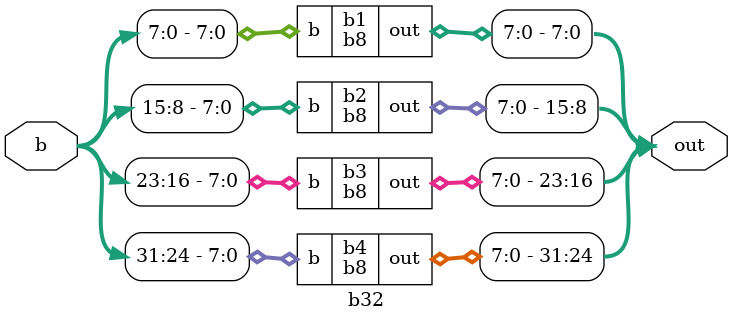
<source format=v>
`timescale 1ns / 1ps

module b8(
    input [7:0] b,
    output [7:0] out
    );
    assign out[0] = b[0];
    assign out[1] = b[1];
    assign out[2] = b[2];
    assign out[3] = b[3];
    assign out[4] = b[4];
    assign out[5] = b[5];
    assign out[6] = b[6];
    assign out[7] = b[7];
endmodule

module b32(
    input [31:0] b,
    output [31:0] out
    );
    b8 b1(b[7:0], out[7:0]);
    b8 b2(b[15:8], out[15:8]);
    b8 b3(b[23:16], out[23:16]);
    b8 b4(b[31:24], out[31:24]);
endmodule
</source>
